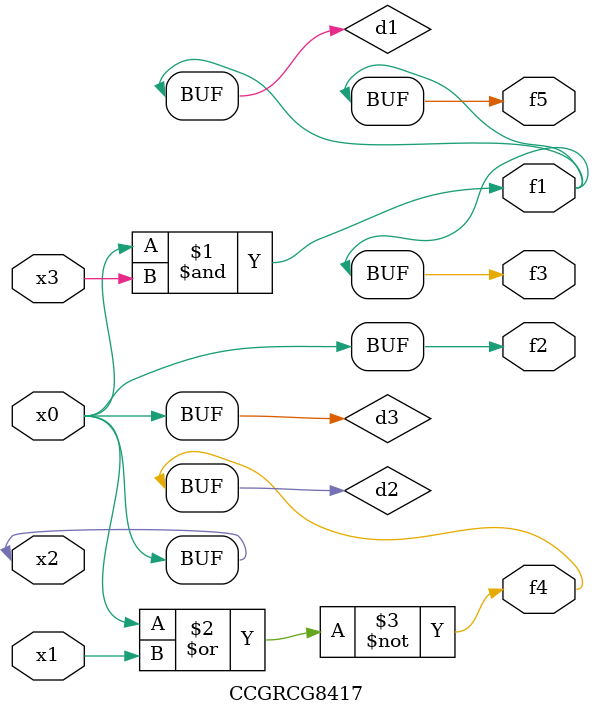
<source format=v>
module CCGRCG8417(
	input x0, x1, x2, x3,
	output f1, f2, f3, f4, f5
);

	wire d1, d2, d3;

	and (d1, x2, x3);
	nor (d2, x0, x1);
	buf (d3, x0, x2);
	assign f1 = d1;
	assign f2 = d3;
	assign f3 = d1;
	assign f4 = d2;
	assign f5 = d1;
endmodule

</source>
